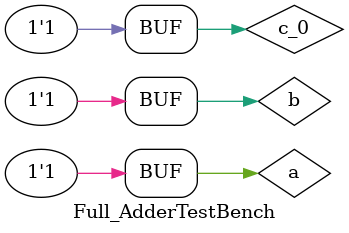
<source format=v>
`timescale 1ns / 1ps

module Full_AdderTestBench;

    // Inputs to the Hardware
    reg a;
    reg b;
    reg c_0;

    // Outputs from the Hardware

    wire s;
    wire c;

    // Instantiate the Unit Under Test (UUT)
	Full_Adder uut (
		.a(a), 
		.b(b), 
		.c_0(c_0), 
		.s(s), 
		.c(c)
	);
    
    initial begin
		$monitor ("a = %d, b = %d, c_0 = %d, s = %d, c = %d", a, b, c_0, s, c);
		// Initialize Inputs
		a = 0; b = 0; c_0 = 0;
		#100;
		a = 1; b = 0; c_0 = 0;
		#100;
		a = 0; b = 1; c_0 = 0;
		#100;
		a = 0; b = 0; c_0 = 1;
		#100;
		a = 1; b = 1; c_0 = 0;
		#100;
		a = 1; b = 0; c_0 = 1;
		#100;
		a = 0; b = 1; c_0 = 1;
		#100;
		a = 1; b = 1; c_0 = 1;
	end

endmodule
</source>
